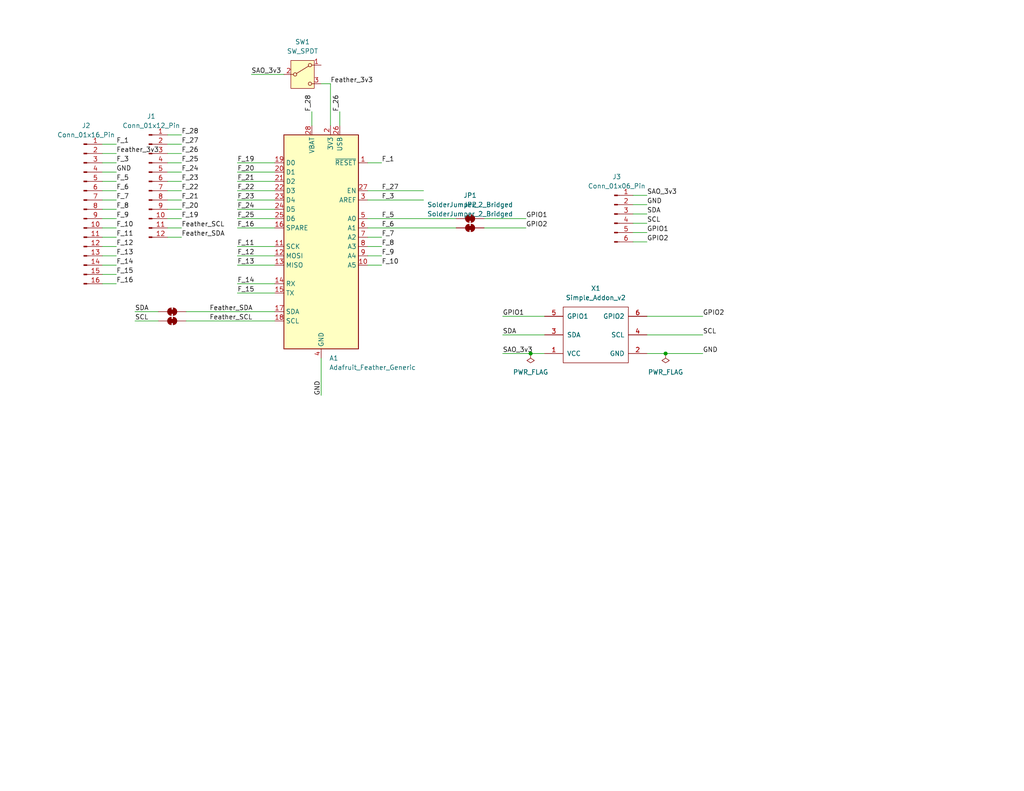
<source format=kicad_sch>
(kicad_sch (version 20231120) (generator "eeschema") (generator_version "8.0")
  (paper "A")
  (lib_symbols
    (symbol "Connector:Conn_01x06_Pin" (pin_names (offset 1.016) hide)
      (property "Reference" "J" (at 0 7.62 0))
      (property "Value" "Conn_01x06_Pin" (at 0 -10.16 0))
      (symbol "Conn_01x06_Pin_1_1"
        (polyline (pts (xy 1.27 -7.62) (xy 0.8636 -7.62)) (stroke (width 0.1524)))
        (polyline (pts (xy 1.27 -5.08) (xy 0.8636 -5.08)) (stroke (width 0.1524)))
        (polyline (pts (xy 1.27 -2.54) (xy 0.8636 -2.54)) (stroke (width 0.1524)))
        (polyline (pts (xy 1.27 0) (xy 0.8636 0)) (stroke (width 0.1524)))
        (polyline (pts (xy 1.27 2.54) (xy 0.8636 2.54)) (stroke (width 0.1524)))
        (polyline (pts (xy 1.27 5.08) (xy 0.8636 5.08)) (stroke (width 0.1524)))
        (rectangle (start 0.8636 -7.493) (end 0 -7.747) (stroke (width 0.1524)) (fill (type outline)))
        (rectangle (start 0.8636 -4.953) (end 0 -5.207) (stroke (width 0.1524)) (fill (type outline)))
        (rectangle (start 0.8636 -2.413) (end 0 -2.667) (stroke (width 0.1524)) (fill (type outline)))
        (rectangle (start 0.8636 0.127) (end 0 -0.127) (stroke (width 0.1524)) (fill (type outline)))
        (rectangle (start 0.8636 2.667) (end 0 2.413) (stroke (width 0.1524)) (fill (type outline)))
        (rectangle (start 0.8636 5.207) (end 0 4.953) (stroke (width 0.1524)) (fill (type outline)))
        (pin passive line (at 5.08 5.08 180) (length 3.81) (name "Pin_1") (number "1"))
        (pin passive line (at 5.08 2.54 180) (length 3.81) (name "Pin_2") (number "2"))
        (pin passive line (at 5.08 0 180) (length 3.81) (name "Pin_3") (number "3"))
        (pin passive line (at 5.08 -2.54 180) (length 3.81) (name "Pin_4") (number "4"))
        (pin passive line (at 5.08 -5.08 180) (length 3.81) (name "Pin_5") (number "5"))
        (pin passive line (at 5.08 -7.62 180) (length 3.81) (name "Pin_6") (number "6"))
      )
    )
    (symbol "Connector:Conn_01x12_Pin" (pin_names (offset 1.016) hide)
      (property "Reference" "J" (at 0 15.24 0))
      (property "Value" "Conn_01x12_Pin" (at 0 -17.78 0))
      (symbol "Conn_01x12_Pin_1_1"
        (polyline (pts (xy 1.27 -15.24) (xy 0.8636 -15.24)) (stroke (width 0.1524)))
        (polyline (pts (xy 1.27 -12.7) (xy 0.8636 -12.7)) (stroke (width 0.1524)))
        (polyline (pts (xy 1.27 -10.16) (xy 0.8636 -10.16)) (stroke (width 0.1524)))
        (polyline (pts (xy 1.27 -7.62) (xy 0.8636 -7.62)) (stroke (width 0.1524)))
        (polyline (pts (xy 1.27 -5.08) (xy 0.8636 -5.08)) (stroke (width 0.1524)))
        (polyline (pts (xy 1.27 -2.54) (xy 0.8636 -2.54)) (stroke (width 0.1524)))
        (polyline (pts (xy 1.27 0) (xy 0.8636 0)) (stroke (width 0.1524)))
        (polyline (pts (xy 1.27 2.54) (xy 0.8636 2.54)) (stroke (width 0.1524)))
        (polyline (pts (xy 1.27 5.08) (xy 0.8636 5.08)) (stroke (width 0.1524)))
        (polyline (pts (xy 1.27 7.62) (xy 0.8636 7.62)) (stroke (width 0.1524)))
        (polyline (pts (xy 1.27 10.16) (xy 0.8636 10.16)) (stroke (width 0.1524)))
        (polyline (pts (xy 1.27 12.7) (xy 0.8636 12.7)) (stroke (width 0.1524)))
        (rectangle (start 0.8636 -15.113) (end 0 -15.367) (stroke (width 0.1524)) (fill (type outline)))
        (rectangle (start 0.8636 -12.573) (end 0 -12.827) (stroke (width 0.1524)) (fill (type outline)))
        (rectangle (start 0.8636 -10.033) (end 0 -10.287) (stroke (width 0.1524)) (fill (type outline)))
        (rectangle (start 0.8636 -7.493) (end 0 -7.747) (stroke (width 0.1524)) (fill (type outline)))
        (rectangle (start 0.8636 -4.953) (end 0 -5.207) (stroke (width 0.1524)) (fill (type outline)))
        (rectangle (start 0.8636 -2.413) (end 0 -2.667) (stroke (width 0.1524)) (fill (type outline)))
        (rectangle (start 0.8636 0.127) (end 0 -0.127) (stroke (width 0.1524)) (fill (type outline)))
        (rectangle (start 0.8636 2.667) (end 0 2.413) (stroke (width 0.1524)) (fill (type outline)))
        (rectangle (start 0.8636 5.207) (end 0 4.953) (stroke (width 0.1524)) (fill (type outline)))
        (rectangle (start 0.8636 7.747) (end 0 7.493) (stroke (width 0.1524)) (fill (type outline)))
        (rectangle (start 0.8636 10.287) (end 0 10.033) (stroke (width 0.1524)) (fill (type outline)))
        (rectangle (start 0.8636 12.827) (end 0 12.573) (stroke (width 0.1524)) (fill (type outline)))
        (pin passive line (at 5.08 12.7 180) (length 3.81) (name "Pin_1") (number "1"))
        (pin passive line (at 5.08 -10.16 180) (length 3.81) (name "Pin_10") (number "10"))
        (pin passive line (at 5.08 -12.7 180) (length 3.81) (name "Pin_11") (number "11"))
        (pin passive line (at 5.08 -15.24 180) (length 3.81) (name "Pin_12") (number "12"))
        (pin passive line (at 5.08 10.16 180) (length 3.81) (name "Pin_2") (number "2"))
        (pin passive line (at 5.08 7.62 180) (length 3.81) (name "Pin_3") (number "3"))
        (pin passive line (at 5.08 5.08 180) (length 3.81) (name "Pin_4") (number "4"))
        (pin passive line (at 5.08 2.54 180) (length 3.81) (name "Pin_5") (number "5"))
        (pin passive line (at 5.08 0 180) (length 3.81) (name "Pin_6") (number "6"))
        (pin passive line (at 5.08 -2.54 180) (length 3.81) (name "Pin_7") (number "7"))
        (pin passive line (at 5.08 -5.08 180) (length 3.81) (name "Pin_8") (number "8"))
        (pin passive line (at 5.08 -7.62 180) (length 3.81) (name "Pin_9") (number "9"))
      )
    )
    (symbol "Connector:Conn_01x16_Pin" (pin_names (offset 1.016) hide)
      (property "Reference" "J" (at 0 20.32 0))
      (property "Value" "Conn_01x16_Pin" (at 0 -22.86 0))
      (symbol "Conn_01x16_Pin_1_1"
        (polyline (pts (xy 1.27 -20.32) (xy 0.8636 -20.32)) (stroke (width 0.1524)))
        (polyline (pts (xy 1.27 -17.78) (xy 0.8636 -17.78)) (stroke (width 0.1524)))
        (polyline (pts (xy 1.27 -15.24) (xy 0.8636 -15.24)) (stroke (width 0.1524)))
        (polyline (pts (xy 1.27 -12.7) (xy 0.8636 -12.7)) (stroke (width 0.1524)))
        (polyline (pts (xy 1.27 -10.16) (xy 0.8636 -10.16)) (stroke (width 0.1524)))
        (polyline (pts (xy 1.27 -7.62) (xy 0.8636 -7.62)) (stroke (width 0.1524)))
        (polyline (pts (xy 1.27 -5.08) (xy 0.8636 -5.08)) (stroke (width 0.1524)))
        (polyline (pts (xy 1.27 -2.54) (xy 0.8636 -2.54)) (stroke (width 0.1524)))
        (polyline (pts (xy 1.27 0) (xy 0.8636 0)) (stroke (width 0.1524)))
        (polyline (pts (xy 1.27 2.54) (xy 0.8636 2.54)) (stroke (width 0.1524)))
        (polyline (pts (xy 1.27 5.08) (xy 0.8636 5.08)) (stroke (width 0.1524)))
        (polyline (pts (xy 1.27 7.62) (xy 0.8636 7.62)) (stroke (width 0.1524)))
        (polyline (pts (xy 1.27 10.16) (xy 0.8636 10.16)) (stroke (width 0.1524)))
        (polyline (pts (xy 1.27 12.7) (xy 0.8636 12.7)) (stroke (width 0.1524)))
        (polyline (pts (xy 1.27 15.24) (xy 0.8636 15.24)) (stroke (width 0.1524)))
        (polyline (pts (xy 1.27 17.78) (xy 0.8636 17.78)) (stroke (width 0.1524)))
        (rectangle (start 0.8636 -20.193) (end 0 -20.447) (stroke (width 0.1524)) (fill (type outline)))
        (rectangle (start 0.8636 -17.653) (end 0 -17.907) (stroke (width 0.1524)) (fill (type outline)))
        (rectangle (start 0.8636 -15.113) (end 0 -15.367) (stroke (width 0.1524)) (fill (type outline)))
        (rectangle (start 0.8636 -12.573) (end 0 -12.827) (stroke (width 0.1524)) (fill (type outline)))
        (rectangle (start 0.8636 -10.033) (end 0 -10.287) (stroke (width 0.1524)) (fill (type outline)))
        (rectangle (start 0.8636 -7.493) (end 0 -7.747) (stroke (width 0.1524)) (fill (type outline)))
        (rectangle (start 0.8636 -4.953) (end 0 -5.207) (stroke (width 0.1524)) (fill (type outline)))
        (rectangle (start 0.8636 -2.413) (end 0 -2.667) (stroke (width 0.1524)) (fill (type outline)))
        (rectangle (start 0.8636 0.127) (end 0 -0.127) (stroke (width 0.1524)) (fill (type outline)))
        (rectangle (start 0.8636 2.667) (end 0 2.413) (stroke (width 0.1524)) (fill (type outline)))
        (rectangle (start 0.8636 5.207) (end 0 4.953) (stroke (width 0.1524)) (fill (type outline)))
        (rectangle (start 0.8636 7.747) (end 0 7.493) (stroke (width 0.1524)) (fill (type outline)))
        (rectangle (start 0.8636 10.287) (end 0 10.033) (stroke (width 0.1524)) (fill (type outline)))
        (rectangle (start 0.8636 12.827) (end 0 12.573) (stroke (width 0.1524)) (fill (type outline)))
        (rectangle (start 0.8636 15.367) (end 0 15.113) (stroke (width 0.1524)) (fill (type outline)))
        (rectangle (start 0.8636 17.907) (end 0 17.653) (stroke (width 0.1524)) (fill (type outline)))
        (pin passive line (at 5.08 17.78 180) (length 3.81) (name "Pin_1") (number "1"))
        (pin passive line (at 5.08 -5.08 180) (length 3.81) (name "Pin_10") (number "10"))
        (pin passive line (at 5.08 -7.62 180) (length 3.81) (name "Pin_11") (number "11"))
        (pin passive line (at 5.08 -10.16 180) (length 3.81) (name "Pin_12") (number "12"))
        (pin passive line (at 5.08 -12.7 180) (length 3.81) (name "Pin_13") (number "13"))
        (pin passive line (at 5.08 -15.24 180) (length 3.81) (name "Pin_14") (number "14"))
        (pin passive line (at 5.08 -17.78 180) (length 3.81) (name "Pin_15") (number "15"))
        (pin passive line (at 5.08 -20.32 180) (length 3.81) (name "Pin_16") (number "16"))
        (pin passive line (at 5.08 15.24 180) (length 3.81) (name "Pin_2") (number "2"))
        (pin passive line (at 5.08 12.7 180) (length 3.81) (name "Pin_3") (number "3"))
        (pin passive line (at 5.08 10.16 180) (length 3.81) (name "Pin_4") (number "4"))
        (pin passive line (at 5.08 7.62 180) (length 3.81) (name "Pin_5") (number "5"))
        (pin passive line (at 5.08 5.08 180) (length 3.81) (name "Pin_6") (number "6"))
        (pin passive line (at 5.08 2.54 180) (length 3.81) (name "Pin_7") (number "7"))
        (pin passive line (at 5.08 0 180) (length 3.81) (name "Pin_8") (number "8"))
        (pin passive line (at 5.08 -2.54 180) (length 3.81) (name "Pin_9") (number "9"))
      )
    )
    (symbol "Jumper:SolderJumper_2_Bridged" (pin_numbers hide) (pin_names (offset 0) hide) (exclude_from_sim yes) (in_bom no)
      (property "Reference" "JP" (at 0 2.032 0))
      (property "Value" "SolderJumper_2_Bridged" (at 0 -2.54 0))
      (symbol "SolderJumper_2_Bridged_0_1"
        (rectangle (start -0.508 0.508) (end 0.508 -0.508) (fill (type outline)))
        (arc (start -0.254 1.016) (mid -1.2656 0) (end -0.254 -1.016))
        (arc (start -0.254 1.016) (mid -1.2656 0) (end -0.254 -1.016) (fill (type outline)))
        (polyline (pts (xy -0.254 1.016) (xy -0.254 -1.016)))
        (polyline (pts (xy 0.254 1.016) (xy 0.254 -1.016)))
        (arc (start 0.254 -1.016) (mid 1.2656 0) (end 0.254 1.016))
        (arc (start 0.254 -1.016) (mid 1.2656 0) (end 0.254 1.016) (fill (type outline)))
      )
      (symbol "SolderJumper_2_Bridged_1_1"
        (pin passive line (at -3.81 0 0) (length 2.54) (name "A") (number "1"))
        (pin passive line (at 3.81 0 180) (length 2.54) (name "B") (number "2"))
      )
    )
    (symbol "MCU_Module:Adafruit_Feather_Generic"
      (property "Reference" "A" (at -10.16 29.21 0))
      (property "Value" "Adafruit_Feather_Generic" (at 2.54 -31.75 0))
      (symbol "Adafruit_Feather_Generic_0_1"
        (rectangle (start -10.16 27.94) (end 10.16 -30.48) (stroke (width 0.254)) (fill (type background)))
      )
      (symbol "Adafruit_Feather_Generic_1_1"
        (pin input line (at 12.7 20.32 180) (length 2.54) (name "~{RESET}") (number "1"))
        (pin bidirectional line (at 12.7 -7.62 180) (length 2.54) (name "A5") (number "10"))
        (pin bidirectional line (at -12.7 -2.54 0) (length 2.54) (name "SCK") (number "11"))
        (pin bidirectional line (at -12.7 -5.08 0) (length 2.54) (name "MOSI") (number "12"))
        (pin bidirectional line (at -12.7 -7.62 0) (length 2.54) (name "MISO") (number "13"))
        (pin bidirectional line (at -12.7 -12.7 0) (length 2.54) (name "RX") (number "14"))
        (pin bidirectional line (at -12.7 -15.24 0) (length 2.54) (name "TX") (number "15"))
        (pin bidirectional line (at -12.7 2.54 0) (length 2.54) (name "SPARE") (number "16"))
        (pin bidirectional line (at -12.7 -20.32 0) (length 2.54) (name "SDA") (number "17"))
        (pin bidirectional line (at -12.7 -22.86 0) (length 2.54) (name "SCL") (number "18"))
        (pin bidirectional line (at -12.7 20.32 0) (length 2.54) (name "D0") (number "19"))
        (pin power_in line (at 2.54 30.48 270) (length 2.54) (name "3V3") (number "2"))
        (pin bidirectional line (at -12.7 17.78 0) (length 2.54) (name "D1") (number "20"))
        (pin bidirectional line (at -12.7 15.24 0) (length 2.54) (name "D2") (number "21"))
        (pin bidirectional line (at -12.7 12.7 0) (length 2.54) (name "D3") (number "22"))
        (pin bidirectional line (at -12.7 10.16 0) (length 2.54) (name "D4") (number "23"))
        (pin bidirectional line (at -12.7 7.62 0) (length 2.54) (name "D5") (number "24"))
        (pin bidirectional line (at -12.7 5.08 0) (length 2.54) (name "D6") (number "25"))
        (pin power_in line (at 5.08 30.48 270) (length 2.54) (name "USB") (number "26"))
        (pin input line (at 12.7 12.7 180) (length 2.54) (name "EN") (number "27"))
        (pin power_in line (at -2.54 30.48 270) (length 2.54) (name "VBAT") (number "28"))
        (pin input line (at 12.7 10.16 180) (length 2.54) (name "AREF") (number "3"))
        (pin power_in line (at 0 -33.02 90) (length 2.54) (name "GND") (number "4"))
        (pin bidirectional line (at 12.7 5.08 180) (length 2.54) (name "A0") (number "5"))
        (pin bidirectional line (at 12.7 2.54 180) (length 2.54) (name "A1") (number "6"))
        (pin bidirectional line (at 12.7 0 180) (length 2.54) (name "A2") (number "7"))
        (pin bidirectional line (at 12.7 -2.54 180) (length 2.54) (name "A3") (number "8"))
        (pin bidirectional line (at 12.7 -5.08 180) (length 2.54) (name "A4") (number "9"))
      )
    )
    (symbol "Simple_Addon_v2:Simple_Addon_v2" (pin_names (offset 1.016))
      (property "Reference" "X" (at 0 0 0))
      (property "Value" "Simple_Addon_v2" (at 0 20.32 0))
      (symbol "Simple_Addon_v2_0_1"
        (rectangle (start -7.62 8.89) (end 7.62 -8.89))
      )
      (symbol "Simple_Addon_v2_1_1"
        (pin input line (at -5.08 13.97 270) (length 5.08) (name "VCC") (number "1"))
        (pin input line (at -5.08 -13.97 90) (length 5.08) (name "GND") (number "2"))
        (pin input line (at 0 13.97 270) (length 5.08) (name "SDA") (number "3"))
        (pin input line (at 0 -13.97 90) (length 5.08) (name "SCL") (number "4"))
        (pin input line (at 5.08 13.97 270) (length 5.08) (name "GPIO1") (number "5"))
        (pin input line (at 5.08 -13.97 90) (length 5.08) (name "GPIO2") (number "6"))
      )
    )
    (symbol "Switch:SW_SPDT" (pin_names (offset 0) hide)
      (property "Reference" "SW" (at 0 5.08 0))
      (property "Value" "SW_SPDT" (at 0 -5.08 0))
      (symbol "SW_SPDT_0_1"
        (circle (center -2.032 0) (radius 0.4572))
        (polyline (pts (xy -1.651 0.254) (xy 1.651 2.286)))
        (circle (center 2.032 -2.54) (radius 0.4572))
        (circle (center 2.032 2.54) (radius 0.4572))
      )
      (symbol "SW_SPDT_1_1"
        (rectangle (start -3.175 3.81) (end 3.175 -3.81) (fill (type background)))
        (pin passive line (at 5.08 2.54 180) (length 2.54) (name "A") (number "1"))
        (pin passive line (at -5.08 0 0) (length 2.54) (name "B") (number "2"))
        (pin passive line (at 5.08 -2.54 180) (length 2.54) (name "C") (number "3"))
      )
    )
    (symbol "power:PWR_FLAG" (power) (pin_numbers hide) (pin_names (offset 0) hide)
      (property "Value" "PWR_FLAG" (at 0 3.81 0))
      (symbol "PWR_FLAG_0_0"
        (pin power_out line (at 0 0 90) (length 0) (name "~") (number "1"))
      )
      (symbol "PWR_FLAG_0_1"
        (polyline (pts (xy 0 0) (xy 0 1.27) (xy -1.016 1.905) (xy 0 2.54) (xy 1.016 1.905) (xy 0 1.27)))
      )
    )
  )
  (junction (at 144.78 96.52))
  (junction (at 181.61 96.52))
  (wire (pts (xy 45.72 36.83) (xy 49.53 36.83)))
  (wire (pts (xy 172.72 53.34) (xy 176.53 53.34)))
  (wire (pts (xy 64.77 46.99) (xy 74.93 46.99)))
  (wire (pts (xy 100.33 64.77) (xy 104.14 64.77)))
  (wire (pts (xy 100.33 54.61) (xy 115.57 54.61)))
  (wire (pts (xy 64.77 62.23) (xy 74.93 62.23)))
  (wire (pts (xy 27.94 44.45) (xy 31.75 44.45)))
  (wire (pts (xy 45.72 52.07) (xy 49.53 52.07)))
  (wire (pts (xy 64.77 59.69) (xy 74.93 59.69)))
  (wire (pts (xy 36.83 87.63) (xy 43.18 87.63)))
  (wire (pts (xy 27.94 77.47) (xy 31.75 77.47)))
  (wire (pts (xy 172.72 63.5) (xy 176.53 63.5)))
  (wire (pts (xy 27.94 64.77) (xy 31.75 64.77)))
  (wire (pts (xy 27.94 67.31) (xy 31.75 67.31)))
  (wire (pts (xy 85.09 34.29) (xy 85.09 30.48)))
  (wire (pts (xy 64.77 54.61) (xy 74.93 54.61)))
  (wire (pts (xy 172.72 55.88) (xy 176.53 55.88)))
  (wire (pts (xy 181.61 96.52) (xy 191.77 96.52)))
  (wire (pts (xy 27.94 46.99) (xy 31.75 46.99)))
  (wire (pts (xy 137.16 91.44) (xy 148.59 91.44)))
  (wire (pts (xy 27.94 39.37) (xy 31.75 39.37)))
  (wire (pts (xy 100.33 44.45) (xy 104.14 44.45)))
  (wire (pts (xy 64.77 72.39) (xy 74.93 72.39)))
  (wire (pts (xy 27.94 74.93) (xy 31.75 74.93)))
  (wire (pts (xy 68.58 20.32) (xy 77.47 20.32)))
  (wire (pts (xy 27.94 54.61) (xy 31.75 54.61)))
  (wire (pts (xy 176.53 96.52) (xy 181.61 96.52)))
  (wire (pts (xy 27.94 62.23) (xy 31.75 62.23)))
  (wire (pts (xy 27.94 52.07) (xy 31.75 52.07)))
  (wire (pts (xy 64.77 49.53) (xy 74.93 49.53)))
  (wire (pts (xy 100.33 67.31) (xy 104.14 67.31)))
  (wire (pts (xy 100.33 59.69) (xy 124.46 59.69)))
  (wire (pts (xy 64.77 52.07) (xy 74.93 52.07)))
  (wire (pts (xy 27.94 49.53) (xy 31.75 49.53)))
  (wire (pts (xy 132.08 59.69) (xy 143.51 59.69)))
  (wire (pts (xy 100.33 72.39) (xy 104.14 72.39)))
  (wire (pts (xy 100.33 62.23) (xy 124.46 62.23)))
  (wire (pts (xy 144.78 96.52) (xy 148.59 96.52)))
  (wire (pts (xy 172.72 58.42) (xy 176.53 58.42)))
  (wire (pts (xy 64.77 80.01) (xy 74.93 80.01)))
  (wire (pts (xy 87.63 97.79) (xy 87.63 107.95)))
  (wire (pts (xy 176.53 86.36) (xy 191.77 86.36)))
  (wire (pts (xy 92.71 34.29) (xy 92.71 30.48)))
  (wire (pts (xy 64.77 44.45) (xy 74.93 44.45)))
  (wire (pts (xy 27.94 72.39) (xy 31.75 72.39)))
  (wire (pts (xy 64.77 57.15) (xy 74.93 57.15)))
  (wire (pts (xy 45.72 44.45) (xy 49.53 44.45)))
  (wire (pts (xy 100.33 52.07) (xy 115.57 52.07)))
  (wire (pts (xy 137.16 96.52) (xy 144.78 96.52)))
  (wire (pts (xy 137.16 86.36) (xy 148.59 86.36)))
  (wire (pts (xy 45.72 41.91) (xy 49.53 41.91)))
  (wire (pts (xy 45.72 64.77) (xy 49.53 64.77)))
  (wire (pts (xy 45.72 49.53) (xy 49.53 49.53)))
  (wire (pts (xy 87.63 22.86) (xy 90.17 22.86)))
  (wire (pts (xy 45.72 39.37) (xy 49.53 39.37)))
  (wire (pts (xy 64.77 67.31) (xy 74.93 67.31)))
  (wire (pts (xy 27.94 59.69) (xy 31.75 59.69)))
  (wire (pts (xy 50.8 85.09) (xy 74.93 85.09)))
  (wire (pts (xy 172.72 60.96) (xy 176.53 60.96)))
  (wire (pts (xy 90.17 22.86) (xy 90.17 34.29)))
  (wire (pts (xy 27.94 41.91) (xy 31.75 41.91)))
  (wire (pts (xy 132.08 62.23) (xy 143.51 62.23)))
  (wire (pts (xy 100.33 69.85) (xy 104.14 69.85)))
  (wire (pts (xy 45.72 54.61) (xy 49.53 54.61)))
  (wire (pts (xy 27.94 69.85) (xy 31.75 69.85)))
  (wire (pts (xy 172.72 66.04) (xy 176.53 66.04)))
  (wire (pts (xy 45.72 46.99) (xy 49.53 46.99)))
  (wire (pts (xy 50.8 87.63) (xy 74.93 87.63)))
  (wire (pts (xy 176.53 91.44) (xy 191.77 91.44)))
  (wire (pts (xy 45.72 57.15) (xy 49.53 57.15)))
  (wire (pts (xy 45.72 62.23) (xy 49.53 62.23)))
  (wire (pts (xy 64.77 77.47) (xy 74.93 77.47)))
  (wire (pts (xy 36.83 85.09) (xy 43.18 85.09)))
  (wire (pts (xy 64.77 69.85) (xy 74.93 69.85)))
  (wire (pts (xy 45.72 59.69) (xy 49.53 59.69)))
  (wire (pts (xy 27.94 57.15) (xy 31.75 57.15)))
  (label "GND" (at 31.75 46.99 0))
  (label "F_8" (at 104.14 67.31 0))
  (label "F_12" (at 64.77 69.85 0))
  (label "F_27" (at 49.53 39.37 0))
  (label "F_3" (at 31.75 44.45 0))
  (label "SAO_3v3" (at 137.16 96.52 0))
  (label "F_21" (at 64.77 49.53 0))
  (label "SCL" (at 36.83 87.63 0))
  (label "F_22" (at 64.77 52.07 0))
  (label "F_12" (at 31.75 67.31 0))
  (label "GPIO1" (at 137.16 86.36 0))
  (label "F_26" (at 92.71 30.48 90))
  (label "F_27" (at 104.14 52.07 0))
  (label "F_26" (at 49.53 41.91 0))
  (label "F_7" (at 104.14 64.77 0))
  (label "F_1" (at 31.75 39.37 0))
  (label "F_11" (at 31.75 64.77 0))
  (label "F_3" (at 104.14 54.61 0))
  (label "GPIO1" (at 143.51 59.69 0))
  (label "F_1" (at 104.14 44.45 0))
  (label "F_15" (at 31.75 74.93 0))
  (label "F_9" (at 104.14 69.85 0))
  (label "F_10" (at 104.14 72.39 0))
  (label "F_14" (at 31.75 72.39 0))
  (label "F_20" (at 64.77 46.99 0))
  (label "GND" (at 87.63 107.95 90))
  (label "F_21" (at 49.53 54.61 0))
  (label "F_23" (at 64.77 54.61 0))
  (label "Feather_SDA" (at 49.53 64.77 0))
  (label "F_24" (at 64.77 57.15 0))
  (label "F_11" (at 64.77 67.31 0))
  (label "F_16" (at 31.75 77.47 0))
  (label "F_20" (at 49.53 57.15 0))
  (label "SDA" (at 36.83 85.09 0))
  (label "Feather_SCL" (at 49.53 62.23 0))
  (label "SCL" (at 191.77 91.44 0))
  (label "SAO_3v3" (at 176.53 53.34 0))
  (label "Feather_3v3" (at 90.17 22.86 0))
  (label "F_15" (at 64.77 80.01 0))
  (label "GND" (at 176.53 55.88 0))
  (label "F_13" (at 64.77 72.39 0))
  (label "F_19" (at 64.77 44.45 0))
  (label "Feather_SDA" (at 57.15 85.09 0))
  (label "F_14" (at 64.77 77.47 0))
  (label "F_6" (at 104.14 62.23 0))
  (label "GND" (at 191.77 96.52 0))
  (label "F_24" (at 49.53 46.99 0))
  (label "GPIO1" (at 176.53 63.5 0))
  (label "F_25" (at 49.53 44.45 0))
  (label "F_28" (at 49.53 36.83 0))
  (label "Feather_3v3" (at 31.75 41.91 0))
  (label "F_16" (at 64.77 62.23 0))
  (label "SDA" (at 137.16 91.44 0))
  (label "F_6" (at 31.75 52.07 0))
  (label "F_9" (at 31.75 59.69 0))
  (label "GPIO2" (at 143.51 62.23 0))
  (label "F_10" (at 31.75 62.23 0))
  (label "F_22" (at 49.53 52.07 0))
  (label "Feather_SCL" (at 57.15 87.63 0))
  (label "F_5" (at 104.14 59.69 0))
  (label "F_28" (at 85.09 30.48 90))
  (label "F_7" (at 31.75 54.61 0))
  (label "GPIO2" (at 176.53 66.04 0))
  (label "GPIO2" (at 191.77 86.36 0))
  (label "F_25" (at 64.77 59.69 0))
  (label "SDA" (at 176.53 58.42 0))
  (label "SCL" (at 176.53 60.96 0))
  (label "F_23" (at 49.53 49.53 0))
  (label "SAO_3v3" (at 68.58 20.32 0))
  (label "F_13" (at 31.75 69.85 0))
  (label "F_19" (at 49.53 59.69 0))
  (label "F_8" (at 31.75 57.15 0))
  (label "F_5" (at 31.75 49.53 0))
  (symbol (lib_id "Connector:Conn_01x06_Pin") (at 167.64 58.42 0) (unit 1)
    (property "Reference" "J3" (at 168.275 48.26 0))
    (property "Value" "Conn_01x06_Pin" (at 168.275 50.8 0))
    (property "Footprint" "Connector_PinHeader_2.54mm:PinHeader_1x06_P2.54mm_Vertical" (effects (hide yes)))
    (property "Description" "Generic connector, single row, 01x06, script generated" (effects (hide yes)))
  )
  (symbol (lib_id "Jumper:SolderJumper_2_Bridged") (at 128.27 59.69 0) (unit 1) (exclude_from_sim yes) (in_bom no)
    (property "Reference" "JP1" (at 128.27 53.34 0))
    (property "Value" "SolderJumper_2_Bridged" (at 128.27 55.88 0))
    (property "Footprint" "Jumper:SolderJumper-2_P1.3mm_Bridged_RoundedPad1.0x1.5mm" (effects (hide yes)))
    (property "Description" "Solder Jumper, 2-pole, closed/bridged" (effects (hide yes)))
  )
  (symbol (lib_id "Connector:Conn_01x12_Pin") (at 40.64 49.53 0) (unit 1)
    (property "Reference" "J1" (at 41.275 31.75 0))
    (property "Value" "Conn_01x12_Pin" (at 41.275 34.29 0))
    (property "Footprint" "Connector_PinHeader_2.54mm:PinHeader_1x12_P2.54mm_Vertical" (effects (hide yes)))
    (property "Description" "Generic connector, single row, 01x12, script generated" (effects (hide yes)))
  )
  (symbol (lib_id "Jumper:SolderJumper_2_Bridged") (at 128.27 62.23 0) (unit 1) (exclude_from_sim yes) (in_bom no)
    (property "Reference" "JP2" (at 128.27 55.88 0))
    (property "Value" "SolderJumper_2_Bridged" (at 128.27 58.42 0))
    (property "Footprint" "Jumper:SolderJumper-2_P1.3mm_Bridged_RoundedPad1.0x1.5mm" (effects (hide yes)))
    (property "Description" "Solder Jumper, 2-pole, closed/bridged" (effects (hide yes)))
  )
  (symbol (lib_id "Jumper:SolderJumper_2_Bridged") (at 46.99 87.63 0) (unit 1) (exclude_from_sim yes) (in_bom no)
    (property "Reference" "JP4" (effects (hide yes)))
    (property "Value" "SolderJumper_2_Bridged" (effects (hide yes)))
    (property "Footprint" "Jumper:SolderJumper-2_P1.3mm_Bridged_RoundedPad1.0x1.5mm" (effects (hide yes)))
    (property "Description" "Solder Jumper, 2-pole, closed/bridged" (effects (hide yes)))
  )
  (symbol (lib_id "Jumper:SolderJumper_2_Bridged") (at 46.99 85.09 0) (unit 1) (exclude_from_sim yes) (in_bom no)
    (property "Reference" "JP3" (effects (hide yes)))
    (property "Value" "SolderJumper_2_Bridged" (effects (hide yes)))
    (property "Footprint" "Jumper:SolderJumper-2_P1.3mm_Bridged_RoundedPad1.0x1.5mm" (effects (hide yes)))
    (property "Description" "Solder Jumper, 2-pole, closed/bridged" (effects (hide yes)))
  )
  (symbol (lib_id "power:PWR_FLAG") (at 181.61 96.52 180) (unit 1)
    (property "Reference" "#FLG02" (effects (hide yes)))
    (property "Value" "PWR_FLAG" (at 181.61 101.6 0))
    (property "Description" "Special symbol for telling ERC where power comes from" (effects (hide yes)))
  )
  (symbol (lib_id "power:PWR_FLAG") (at 144.78 96.52 180) (unit 1)
    (property "Reference" "#FLG01" (effects (hide yes)))
    (property "Value" "PWR_FLAG" (at 144.78 101.6 0))
    (property "Description" "Special symbol for telling ERC where power comes from" (effects (hide yes)))
  )
  (symbol (lib_id "Simple_Addon_v2:Simple_Addon_v2") (at 162.56 91.44 90) (unit 1)
    (property "Reference" "X1" (at 162.56 78.74 90))
    (property "Value" "Simple_Addon_v2" (at 162.56 81.28 90))
    (property "Footprint" "Simple_Addon_v2:Simple_Addon_v2-SAO-2x3" (effects (hide yes)))
  )
  (symbol (lib_id "MCU_Module:Adafruit_Feather_Generic") (at 87.63 64.77 0) (unit 1)
    (property "Reference" "A1" (at 89.8241 97.79 0) (effects (justify left)))
    (property "Value" "Adafruit_Feather_Generic" (at 89.8241 100.33 0) (effects (justify left)))
    (property "Footprint" "Module:Adafruit_Feather" (effects (hide yes)))
    (property "Datasheet" "https://cdn-learn.adafruit.com/downloads/pdf/adafruit-feather.pdf" (effects (hide yes)))
    (property "Description" "Microcontroller module in various flavor, generic symbol" (effects (hide yes)))
  )
  (symbol (lib_id "Connector:Conn_01x16_Pin") (at 22.86 57.15 0) (unit 1)
    (property "Reference" "J2" (at 23.495 34.29 0))
    (property "Value" "Conn_01x16_Pin" (at 23.495 36.83 0))
    (property "Footprint" "Connector_PinHeader_2.54mm:PinHeader_1x16_P2.54mm_Vertical" (effects (hide yes)))
    (property "Description" "Generic connector, single row, 01x16, script generated" (effects (hide yes)))
  )
  (symbol (lib_id "Switch:SW_SPDT") (at 82.55 20.32 0) (unit 1)
    (property "Reference" "SW1" (at 82.55 11.43 0))
    (property "Value" "SW_SPDT" (at 82.55 13.97 0))
    (property "Footprint" "Button_Switch_SMD:SW_SPDT_PCM12" (effects (hide yes)))
    (property "Description" "Switch, single pole double throw" (effects (hide yes)))
  )
)
</source>
